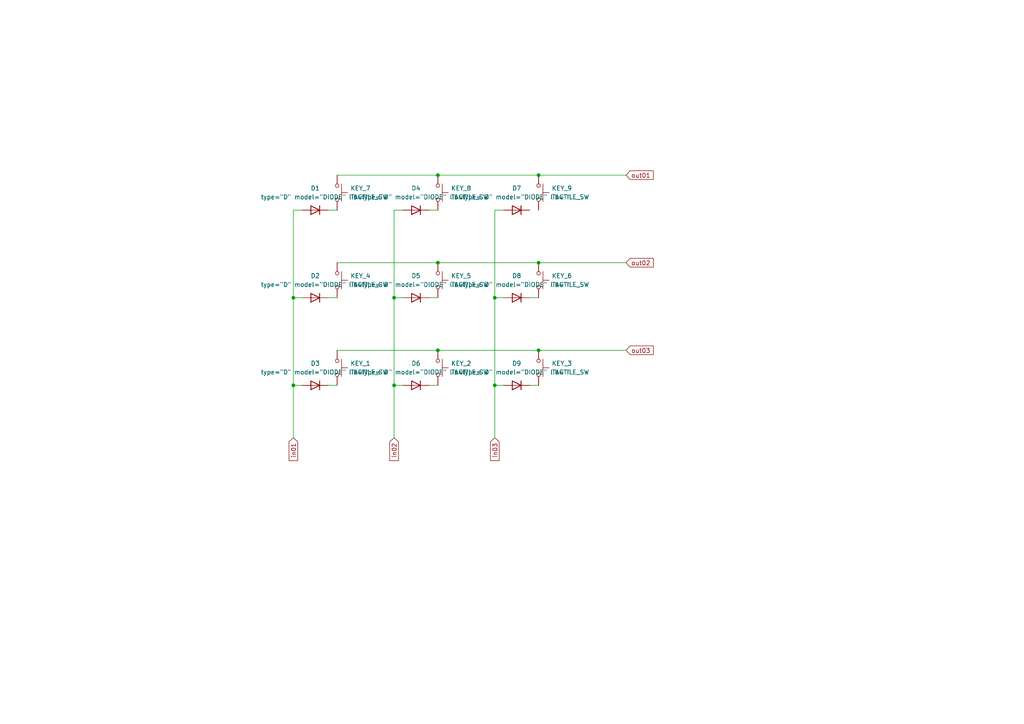
<source format=kicad_sch>
(kicad_sch (version 20211123) (generator eeschema)
  (paper "A4")
  (lib_symbols
    (symbol "Simulation_SPICE:DIODE" (pin_numbers hide) (pin_names (offset 1.016) hide)
      (property "Reference" "D" (at 0 2.54 0))
      (property "Value" "DIODE" (at 0 -2.54 0))
      (symbol "DIODE_0_1"
        (polyline (pts (xy 1.27 0) (xy -1.27 0)))
        (polyline (pts (xy 1.27 1.27) (xy 1.27 -1.27)) (stroke (width 0.254)))
        (polyline (pts (xy -1.27 -1.27) (xy -1.27 1.27) (xy 1.27 0) (xy -1.27 -1.27)) (stroke (width 0.254)))
      )
      (symbol "DIODE_1_1"
        (pin passive line (at -3.81 0 0) (length 2.54) (name "A") (number "1"))
        (pin passive line (at 3.81 0 180) (length 2.54) (name "K") (number "2"))
      )
    )
    (symbol "Switch:SW_MEC_5G" (pin_numbers hide) (pin_names (offset 1.016) hide)
      (property "Reference" "SW" (at 1.27 2.54 0))
      (property "Value" "SW_MEC_5G" (at 0 -1.524 0))
      (symbol "SW_MEC_5G_0_1"
        (circle (center -2.032 0) (radius 0.508))
        (polyline (pts (xy 0 1.27) (xy 0 3.048)))
        (polyline (pts (xy 2.54 1.27) (xy -2.54 1.27)))
        (circle (center 2.032 0) (radius 0.508))
        (pin passive line (at -5.08 0 0) (length 2.54) (name "A") (number "1"))
        (pin passive line (at 5.08 0 180) (length 2.54) (name "B") (number "3"))
      )
      (symbol "SW_MEC_5G_1_1"
        (pin passive line (at -5.08 0 0) (length 2.54) hide (name "A") (number "2"))
        (pin passive line (at 5.08 0 180) (length 2.54) hide (name "B") (number "4"))
      )
    )
  )
  (junction (at 127 76.2))
  (junction (at 156.21 76.2))
  (junction (at 114.3 111.76))
  (junction (at 85.09 111.76))
  (junction (at 85.09 86.36))
  (junction (at 143.51 111.76))
  (junction (at 143.51 86.36))
  (junction (at 127 101.6))
  (junction (at 127 50.8))
  (junction (at 114.3 86.36))
  (junction (at 156.21 50.8))
  (junction (at 156.21 101.6))
  (wire (pts (xy 85.09 86.36) (xy 85.09 60.96)))
  (wire (pts (xy 114.3 127) (xy 114.3 111.76)))
  (wire (pts (xy 127 50.8) (xy 156.21 50.8)))
  (wire (pts (xy 143.51 86.36) (xy 143.51 60.96)))
  (wire (pts (xy 85.09 60.96) (xy 87.63 60.96)))
  (wire (pts (xy 95.25 60.96) (xy 97.79 60.96)))
  (wire (pts (xy 95.25 86.36) (xy 97.79 86.36)))
  (wire (pts (xy 127 76.2) (xy 156.21 76.2)))
  (wire (pts (xy 85.09 127) (xy 85.09 111.76)))
  (wire (pts (xy 153.67 111.76) (xy 156.21 111.76)))
  (wire (pts (xy 114.3 111.76) (xy 114.3 86.36)))
  (wire (pts (xy 153.67 86.36) (xy 156.21 86.36)))
  (wire (pts (xy 143.51 111.76) (xy 143.51 86.36)))
  (wire (pts (xy 127 101.6) (xy 156.21 101.6)))
  (wire (pts (xy 156.21 76.2) (xy 181.61 76.2)))
  (wire (pts (xy 85.09 86.36) (xy 87.63 86.36)))
  (wire (pts (xy 85.09 111.76) (xy 85.09 86.36)))
  (wire (pts (xy 156.21 101.6) (xy 181.61 101.6)))
  (wire (pts (xy 124.46 111.76) (xy 127 111.76)))
  (wire (pts (xy 85.09 111.76) (xy 87.63 111.76)))
  (wire (pts (xy 124.46 60.96) (xy 127 60.96)))
  (wire (pts (xy 97.79 101.6) (xy 127 101.6)))
  (wire (pts (xy 156.21 50.8) (xy 181.61 50.8)))
  (wire (pts (xy 143.51 60.96) (xy 146.05 60.96)))
  (wire (pts (xy 124.46 86.36) (xy 127 86.36)))
  (wire (pts (xy 114.3 86.36) (xy 114.3 60.96)))
  (wire (pts (xy 143.51 111.76) (xy 146.05 111.76)))
  (wire (pts (xy 114.3 86.36) (xy 116.84 86.36)))
  (wire (pts (xy 143.51 86.36) (xy 146.05 86.36)))
  (wire (pts (xy 95.25 111.76) (xy 97.79 111.76)))
  (wire (pts (xy 114.3 111.76) (xy 116.84 111.76)))
  (wire (pts (xy 97.79 50.8) (xy 127 50.8)))
  (wire (pts (xy 97.79 76.2) (xy 127 76.2)))
  (wire (pts (xy 114.3 60.96) (xy 116.84 60.96)))
  (wire (pts (xy 143.51 127) (xy 143.51 111.76)))
  (global_label "in02" (shape input) (at 114.3 127 270) (property "Intersheet References" "${INTERSHEET_REFS}" (effects hide)))
  (global_label "in01" (shape input) (at 85.09 127 270) (property "Intersheet References" "${INTERSHEET_REFS}" (effects hide)))
  (global_label "in03" (shape input) (at 143.51 127 270) (property "Intersheet References" "${INTERSHEET_REFS}" (effects hide)))
  (global_label "out02" (shape input) (at 181.61 76.2 0) (property "Intersheet References" "${INTERSHEET_REFS}" (effects hide)))
  (global_label "out01" (shape input) (at 181.61 50.8 0) (property "Intersheet References" "${INTERSHEET_REFS}" (effects hide)))
  (global_label "out03" (shape input) (at 181.61 101.6 0) (property "Intersheet References" "${INTERSHEET_REFS}" (effects hide)))
  (symbol (lib_id "Simulation_SPICE:DIODE") (at 149.86 111.76 0) (unit 1)
    (property "Reference" "D9" (at 149.86 105.41 0))
    (property "Value" "DIODE" (at 149.86 107.95 0))
    (property "Spice_Netlist_Enabled" "Y" (effects hide))
    (property "Spice_Primitive" "D" (effects hide))
  )
  (symbol (lib_id "Simulation_SPICE:DIODE") (at 91.44 111.76 0) (unit 1)
    (property "Reference" "D3" (at 91.44 105.41 0))
    (property "Value" "DIODE" (at 91.44 107.95 0))
    (property "Spice_Netlist_Enabled" "Y" (effects hide))
    (property "Spice_Primitive" "D" (effects hide))
  )
  (symbol (lib_id "Switch:SW_MEC_5G") (at 156.21 55.88 270) (unit 1)
    (property "Reference" "KEY_9" (at 160.02 54.6099 90) (effects (justify left)))
    (property "Value" "TACTILE_SW" (at 160.02 57.1499 90) (effects (justify left)))
    (property "Datasheet" "http://www.apem.com/int/index.php?controller=attachment&id_attachment=488" (effects hide))
  )
  (symbol (lib_id "Switch:SW_MEC_5G") (at 156.21 81.28 270) (unit 1)
    (property "Reference" "KEY_6" (at 160.02 80.0099 90) (effects (justify left)))
    (property "Value" "TACTILE_SW" (at 160.02 82.5499 90) (effects (justify left)))
    (property "Datasheet" "http://www.apem.com/int/index.php?controller=attachment&id_attachment=488" (effects hide))
  )
  (symbol (lib_id "Simulation_SPICE:DIODE") (at 91.44 86.36 0) (unit 1)
    (property "Reference" "D2" (at 91.44 80.01 0))
    (property "Value" "DIODE" (at 91.44 82.55 0))
    (property "Spice_Netlist_Enabled" "Y" (effects hide))
    (property "Spice_Primitive" "D" (effects hide))
  )
  (symbol (lib_id "Simulation_SPICE:DIODE") (at 120.65 60.96 0) (unit 1)
    (property "Reference" "D4" (at 120.65 54.61 0))
    (property "Value" "DIODE" (at 120.65 57.15 0))
    (property "Spice_Netlist_Enabled" "Y" (effects hide))
    (property "Spice_Primitive" "D" (effects hide))
  )
  (symbol (lib_id "Switch:SW_MEC_5G") (at 156.21 106.68 270) (unit 1)
    (property "Reference" "KEY_3" (at 160.02 105.4099 90) (effects (justify left)))
    (property "Value" "TACTILE_SW" (at 160.02 107.9499 90) (effects (justify left)))
    (property "Datasheet" "http://www.apem.com/int/index.php?controller=attachment&id_attachment=488" (effects hide))
  )
  (symbol (lib_id "Switch:SW_MEC_5G") (at 127 106.68 270) (unit 1)
    (property "Reference" "KEY_2" (at 130.81 105.4099 90) (effects (justify left)))
    (property "Value" "TACTILE_SW" (at 130.81 107.9499 90) (effects (justify left)))
    (property "Datasheet" "http://www.apem.com/int/index.php?controller=attachment&id_attachment=488" (effects hide))
  )
  (symbol (lib_id "Simulation_SPICE:DIODE") (at 149.86 60.96 0) (unit 1)
    (property "Reference" "D7" (at 149.86 54.61 0))
    (property "Value" "DIODE" (at 149.86 57.15 0))
    (property "Spice_Netlist_Enabled" "Y" (effects hide))
    (property "Spice_Primitive" "D" (effects hide))
  )
  (symbol (lib_id "Switch:SW_MEC_5G") (at 97.79 81.28 270) (unit 1)
    (property "Reference" "KEY_4" (at 101.6 80.0099 90) (effects (justify left)))
    (property "Value" "TACTILE_SW" (at 101.6 82.5499 90) (effects (justify left)))
    (property "Datasheet" "http://www.apem.com/int/index.php?controller=attachment&id_attachment=488" (effects hide))
  )
  (symbol (lib_id "Simulation_SPICE:DIODE") (at 120.65 111.76 0) (unit 1)
    (property "Reference" "D6" (at 120.65 105.41 0))
    (property "Value" "DIODE" (at 120.65 107.95 0))
    (property "Spice_Netlist_Enabled" "Y" (effects hide))
    (property "Spice_Primitive" "D" (effects hide))
  )
  (symbol (lib_id "Switch:SW_MEC_5G") (at 97.79 55.88 270) (unit 1)
    (property "Reference" "KEY_7" (at 101.6 54.6099 90) (effects (justify left)))
    (property "Value" "TACTILE_SW" (at 101.6 57.1499 90) (effects (justify left)))
    (property "Datasheet" "http://www.apem.com/int/index.php?controller=attachment&id_attachment=488" (effects hide))
  )
  (symbol (lib_id "Switch:SW_MEC_5G") (at 127 55.88 270) (unit 1)
    (property "Reference" "KEY_8" (at 130.81 54.6099 90) (effects (justify left)))
    (property "Value" "TACTILE_SW" (at 130.81 57.1499 90) (effects (justify left)))
    (property "Datasheet" "http://www.apem.com/int/index.php?controller=attachment&id_attachment=488" (effects hide))
  )
  (symbol (lib_id "Simulation_SPICE:DIODE") (at 91.44 60.96 0) (unit 1)
    (property "Reference" "D1" (at 91.44 54.61 0))
    (property "Value" "DIODE" (at 91.44 57.15 0))
    (property "Spice_Netlist_Enabled" "Y" (effects hide))
    (property "Spice_Primitive" "D" (effects hide))
  )
  (symbol (lib_id "Simulation_SPICE:DIODE") (at 120.65 86.36 0) (unit 1)
    (property "Reference" "D5" (at 120.65 80.01 0))
    (property "Value" "DIODE" (at 120.65 82.55 0))
    (property "Spice_Netlist_Enabled" "Y" (effects hide))
    (property "Spice_Primitive" "D" (effects hide))
  )
  (symbol (lib_id "Switch:SW_MEC_5G") (at 127 81.28 270) (unit 1)
    (property "Reference" "KEY_5" (at 130.81 80.0099 90) (effects (justify left)))
    (property "Value" "TACTILE_SW" (at 130.81 82.5499 90) (effects (justify left)))
    (property "Datasheet" "http://www.apem.com/int/index.php?controller=attachment&id_attachment=488" (effects hide))
  )
  (symbol (lib_id "Switch:SW_MEC_5G") (at 97.79 106.68 270) (unit 1)
    (property "Reference" "KEY_1" (at 101.6 105.4099 90) (effects (justify left)))
    (property "Value" "TACTILE_SW" (at 101.6 107.9499 90) (effects (justify left)))
    (property "Datasheet" "http://www.apem.com/int/index.php?controller=attachment&id_attachment=488" (effects hide))
  )
  (symbol (lib_id "Simulation_SPICE:DIODE") (at 149.86 86.36 0) (unit 1)
    (property "Reference" "D8" (at 149.86 80.01 0))
    (property "Value" "DIODE" (at 149.86 82.55 0))
    (property "Spice_Netlist_Enabled" "Y" (effects hide))
    (property "Spice_Primitive" "D" (effects hide))
  )
)
</source>
